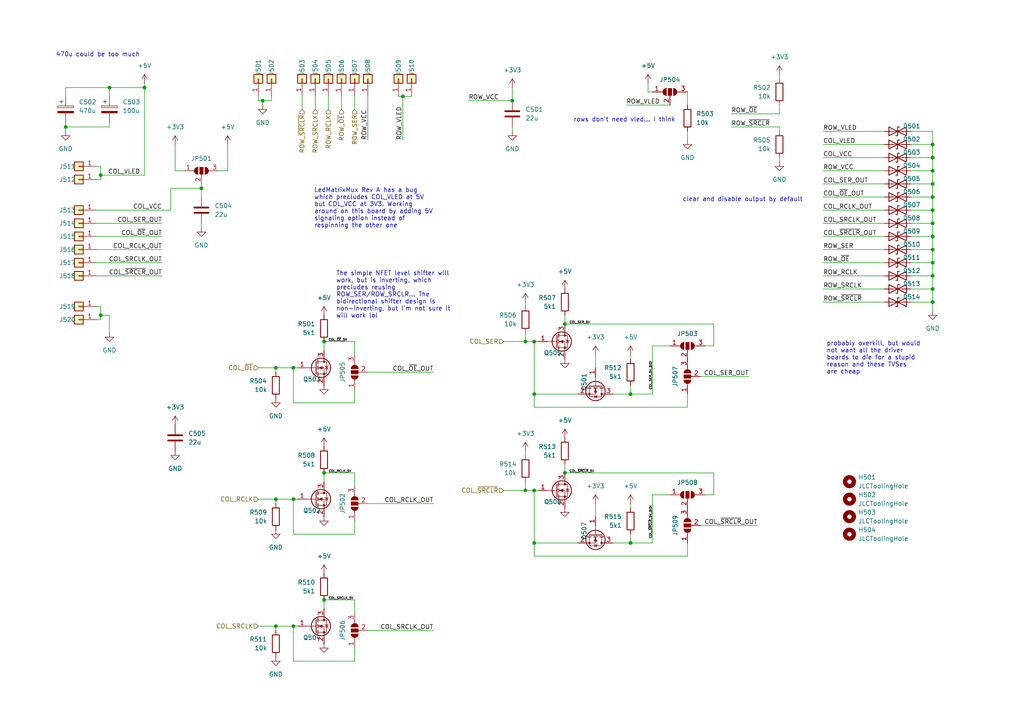
<source format=kicad_sch>
(kicad_sch (version 20231120) (generator "eeschema") (generator_version "8.0")
  (paper "A4")
  (lib_symbols
    (symbol "Connector_Generic:Conn_01x01" (pin_names (offset 1.016) hide)
      (property "Reference" "J" (at 0 2.54 0))
      (property "Value" "Conn_01x01" (at 0 -2.54 0))
      (symbol "Conn_01x01_1_1"
        (pin passive line (at -5.08 0 0) (length 3.81) (name "Pin_1") (number "1"))
      )
    )
    (symbol "Device:C" (pin_numbers hide) (pin_names (offset 0.254))
      (property "Reference" "C" (at 0.635 2.54 0))
      (property "Value" "C" (at 0.635 -2.54 0))
      (symbol "C_1_1"
        (pin passive line (at 0 3.81 270) (length 2.794) (name "~") (number "1"))
        (pin passive line (at 0 -3.81 90) (length 2.794) (name "~") (number "2"))
      )
    )
    (symbol "Device:C_Polarized" (pin_numbers hide) (pin_names (offset 0.254))
      (property "Reference" "C" (at 0.635 2.54 0))
      (property "Value" "C_Polarized" (at 0.635 -2.54 0))
      (symbol "C_Polarized_1_1"
        (pin passive line (at 0 3.81 270) (length 2.794) (name "~") (number "1"))
        (pin passive line (at 0 -3.81 90) (length 2.794) (name "~") (number "2"))
      )
    )
    (symbol "Device:D_TVS" (pin_numbers hide) (pin_names (offset 1.016) hide)
      (property "Reference" "D" (at 0 2.54 0))
      (property "Value" "D_TVS" (at 0 -2.54 0))
      (symbol "D_TVS_1_1"
        (pin passive line (at -3.81 0 0) (length 2.54) (name "A1") (number "1"))
        (pin passive line (at 3.81 0 180) (length 2.54) (name "A2") (number "2"))
      )
    )
    (symbol "Device:Q_NMOS_GSD" (pin_names (offset 0) hide)
      (property "Reference" "Q" (at 5.08 1.27 0))
      (property "Value" "Q_NMOS_GSD" (at 5.08 -1.27 0))
      (symbol "Q_NMOS_GSD_1_1"
        (pin input line (at -5.08 0 0) (length 2.54) (name "G") (number "1"))
        (pin passive line (at 2.54 -5.08 90) (length 2.54) (name "S") (number "2"))
        (pin passive line (at 2.54 5.08 270) (length 2.54) (name "D") (number "3"))
      )
    )
    (symbol "Device:R" (pin_numbers hide) (pin_names (offset 0))
      (property "Reference" "R" (at 2.032 0 90))
      (property "Value" "R" (at 0 0 90))
      (symbol "R_1_1"
        (pin passive line (at 0 3.81 270) (length 1.27) (name "~") (number "1"))
        (pin passive line (at 0 -3.81 90) (length 1.27) (name "~") (number "2"))
      )
    )
    (symbol "Jumper:SolderJumper_3_Open" (pin_names (offset 0) hide)
      (property "Reference" "JP" (at -2.54 -2.54 0))
      (property "Value" "SolderJumper_3_Open" (at 0 2.794 0))
      (symbol "SolderJumper_3_Open_1_1"
        (pin passive line (at -5.08 0 0) (length 2.54) (name "A") (number "1"))
        (pin passive line (at 0 -3.81 90) (length 2.54) (name "C") (number "2"))
        (pin passive line (at 5.08 0 180) (length 2.54) (name "B") (number "3"))
      )
    )
    (symbol "Mechanical:MountingHole" (pin_names (offset 1.016))
      (property "Reference" "H" (at 0 5.08 0))
      (property "Value" "MountingHole" (at 0 3.175 0))
    )
    (symbol "power:+3V3" (power) (pin_numbers hide) (pin_names (offset 0) hide)
      (property "Value" "+3V3" (at 0 3.556 0))
      (symbol "+3V3_1_1"
        (pin power_in line (at 0 0 90) (length 0) (name "~") (number "1"))
      )
    )
    (symbol "power:+5V" (power) (pin_numbers hide) (pin_names (offset 0) hide)
      (property "Value" "+5V" (at 0 3.556 0))
      (symbol "+5V_1_1"
        (pin power_in line (at 0 0 90) (length 0) (name "~") (number "1"))
      )
    )
    (symbol "power:GND" (power) (pin_numbers hide) (pin_names (offset 0) hide)
      (property "Value" "GND" (at 0 -3.81 0))
      (symbol "GND_1_1"
        (pin power_in line (at 0 0 270) (length 0) (name "~") (number "1"))
      )
    )
  )
  (junction (at 270.51 53.34))
  (junction (at 270.51 41.91))
  (junction (at 182.88 114.3))
  (junction (at 270.51 68.58))
  (junction (at 270.51 72.39))
  (junction (at 270.51 80.01))
  (junction (at 154.94 157.48))
  (junction (at 154.94 142.24))
  (junction (at 154.94 99.06))
  (junction (at 76.2 29.21))
  (junction (at 270.51 64.77))
  (junction (at 85.09 106.68))
  (junction (at 270.51 87.63))
  (junction (at 270.51 60.96))
  (junction (at 154.94 114.3))
  (junction (at 148.59 29.21))
  (junction (at 163.83 93.98))
  (junction (at 270.51 57.15))
  (junction (at 29.21 50.8))
  (junction (at 93.98 99.06))
  (junction (at 85.09 144.78))
  (junction (at 80.01 106.68))
  (junction (at 152.4 142.24))
  (junction (at 152.4 99.06))
  (junction (at 31.75 25.4))
  (junction (at 270.51 76.2))
  (junction (at 58.42 54.61))
  (junction (at 270.51 49.53))
  (junction (at 116.84 27.94))
  (junction (at 182.88 157.48))
  (junction (at 41.91 25.4))
  (junction (at 163.83 137.16))
  (junction (at 80.01 181.61))
  (junction (at 85.09 181.61))
  (junction (at 29.21 91.44))
  (junction (at 93.98 137.16))
  (junction (at 270.51 45.72))
  (junction (at 93.98 173.99))
  (junction (at 270.51 83.82))
  (junction (at 80.01 144.78))
  (junction (at 19.05 36.83))
  (wire (pts (xy 264.16 57.15) (xy 270.51 57.15)))
  (wire (pts (xy 154.94 161.29) (xy 154.94 157.48)))
  (wire (pts (xy 148.59 38.1) (xy 148.59 36.83)))
  (wire (pts (xy 29.21 88.9) (xy 29.21 91.44)))
  (wire (pts (xy 49.53 54.61) (xy 49.53 60.96)))
  (wire (pts (xy 163.83 137.16) (xy 163.83 134.62)))
  (wire (pts (xy 148.59 25.4) (xy 148.59 29.21)))
  (wire (pts (xy 212.09 33.02) (xy 226.06 33.02)))
  (wire (pts (xy 78.74 29.21) (xy 76.2 29.21)))
  (wire (pts (xy 163.83 93.98) (xy 163.83 91.44)))
  (wire (pts (xy 85.09 106.68) (xy 85.09 116.84)))
  (wire (pts (xy 19.05 36.83) (xy 19.05 38.1)))
  (wire (pts (xy 27.94 64.77) (xy 46.99 64.77)))
  (wire (pts (xy 189.23 157.48) (xy 182.88 157.48)))
  (wire (pts (xy 226.06 46.99) (xy 226.06 45.72)))
  (wire (pts (xy 207.01 143.51) (xy 204.47 143.51)))
  (wire (pts (xy 74.93 181.61) (xy 80.01 181.61)))
  (wire (pts (xy 264.16 53.34) (xy 270.51 53.34)))
  (wire (pts (xy 199.39 161.29) (xy 154.94 161.29)))
  (wire (pts (xy 93.98 137.16) (xy 102.87 137.16)))
  (wire (pts (xy 29.21 48.26) (xy 27.94 48.26)))
  (wire (pts (xy 31.75 25.4) (xy 31.75 27.94)))
  (wire (pts (xy 78.74 27.94) (xy 78.74 29.21)))
  (wire (pts (xy 85.09 191.77) (xy 102.87 191.77)))
  (wire (pts (xy 80.01 106.68) (xy 85.09 106.68)))
  (wire (pts (xy 63.5 49.53) (xy 66.04 49.53)))
  (wire (pts (xy 187.96 24.13) (xy 187.96 26.67)))
  (wire (pts (xy 116.84 27.94) (xy 119.38 27.94)))
  (wire (pts (xy 29.21 50.8) (xy 41.91 50.8)))
  (wire (pts (xy 203.2 152.4) (xy 219.71 152.4)))
  (wire (pts (xy 187.96 26.67) (xy 189.23 26.67)))
  (wire (pts (xy 85.09 144.78) (xy 85.09 154.94)))
  (wire (pts (xy 226.06 21.59) (xy 226.06 22.86)))
  (wire (pts (xy 80.01 182.88) (xy 80.01 181.61)))
  (wire (pts (xy 181.61 30.48) (xy 194.31 30.48)))
  (wire (pts (xy 85.09 154.94) (xy 102.87 154.94)))
  (wire (pts (xy 99.06 27.94) (xy 99.06 31.75)))
  (wire (pts (xy 80.01 181.61) (xy 85.09 181.61)))
  (wire (pts (xy 264.16 80.01) (xy 270.51 80.01)))
  (wire (pts (xy 74.93 27.94) (xy 74.93 29.21)))
  (wire (pts (xy 19.05 36.83) (xy 19.05 35.56)))
  (wire (pts (xy 154.94 114.3) (xy 167.64 114.3)))
  (wire (pts (xy 102.87 191.77) (xy 102.87 187.96)))
  (wire (pts (xy 182.88 146.05) (xy 182.88 147.32)))
  (wire (pts (xy 102.87 154.94) (xy 102.87 151.13)))
  (wire (pts (xy 106.68 27.94) (xy 106.68 40.64)))
  (wire (pts (xy 189.23 114.3) (xy 182.88 114.3)))
  (wire (pts (xy 238.76 38.1) (xy 256.54 38.1)))
  (wire (pts (xy 74.93 144.78) (xy 80.01 144.78)))
  (wire (pts (xy 264.16 38.1) (xy 270.51 38.1)))
  (wire (pts (xy 207.01 93.98) (xy 207.01 100.33)))
  (wire (pts (xy 27.94 72.39) (xy 46.99 72.39)))
  (wire (pts (xy 146.05 99.06) (xy 152.4 99.06)))
  (wire (pts (xy 31.75 96.52) (xy 31.75 91.44)))
  (wire (pts (xy 270.51 80.01) (xy 270.51 83.82)))
  (wire (pts (xy 116.84 27.94) (xy 116.84 40.64)))
  (wire (pts (xy 270.51 68.58) (xy 270.51 72.39)))
  (wire (pts (xy 189.23 143.51) (xy 189.23 157.48)))
  (wire (pts (xy 226.06 30.48) (xy 226.06 33.02)))
  (wire (pts (xy 102.87 99.06) (xy 102.87 102.87)))
  (wire (pts (xy 238.76 49.53) (xy 256.54 49.53)))
  (wire (pts (xy 27.94 52.07) (xy 29.21 52.07)))
  (wire (pts (xy 207.01 137.16) (xy 207.01 143.51)))
  (wire (pts (xy 270.51 76.2) (xy 270.51 80.01)))
  (wire (pts (xy 177.8 114.3) (xy 182.88 114.3)))
  (wire (pts (xy 19.05 27.94) (xy 19.05 25.4)))
  (wire (pts (xy 29.21 48.26) (xy 29.21 50.8)))
  (wire (pts (xy 27.94 88.9) (xy 29.21 88.9)))
  (wire (pts (xy 58.42 66.04) (xy 58.42 64.77)))
  (wire (pts (xy 50.8 49.53) (xy 53.34 49.53)))
  (wire (pts (xy 152.4 130.81) (xy 152.4 132.08)))
  (wire (pts (xy 199.39 26.67) (xy 199.39 30.48)))
  (wire (pts (xy 238.76 53.34) (xy 256.54 53.34)))
  (wire (pts (xy 238.76 87.63) (xy 256.54 87.63)))
  (wire (pts (xy 182.88 102.87) (xy 182.88 104.14)))
  (wire (pts (xy 238.76 76.2) (xy 256.54 76.2)))
  (wire (pts (xy 270.51 64.77) (xy 270.51 68.58)))
  (wire (pts (xy 93.98 173.99) (xy 102.87 173.99)))
  (wire (pts (xy 152.4 142.24) (xy 154.94 142.24)))
  (wire (pts (xy 80.01 146.05) (xy 80.01 144.78)))
  (wire (pts (xy 264.16 72.39) (xy 270.51 72.39)))
  (wire (pts (xy 27.94 68.58) (xy 46.99 68.58)))
  (wire (pts (xy 264.16 68.58) (xy 270.51 68.58)))
  (wire (pts (xy 58.42 57.15) (xy 58.42 54.61)))
  (wire (pts (xy 27.94 80.01) (xy 46.99 80.01)))
  (wire (pts (xy 31.75 36.83) (xy 31.75 35.56)))
  (wire (pts (xy 270.51 87.63) (xy 270.51 90.17)))
  (wire (pts (xy 199.39 40.64) (xy 199.39 38.1)))
  (wire (pts (xy 106.68 107.95) (xy 125.73 107.95)))
  (wire (pts (xy 238.76 45.72) (xy 256.54 45.72)))
  (wire (pts (xy 31.75 25.4) (xy 41.91 25.4)))
  (wire (pts (xy 80.01 144.78) (xy 85.09 144.78)))
  (wire (pts (xy 19.05 25.4) (xy 31.75 25.4)))
  (wire (pts (xy 264.16 76.2) (xy 270.51 76.2)))
  (wire (pts (xy 85.09 116.84) (xy 102.87 116.84)))
  (wire (pts (xy 58.42 54.61) (xy 49.53 54.61)))
  (wire (pts (xy 41.91 25.4) (xy 41.91 50.8)))
  (wire (pts (xy 146.05 142.24) (xy 152.4 142.24)))
  (wire (pts (xy 212.09 36.83) (xy 226.06 36.83)))
  (wire (pts (xy 50.8 41.91) (xy 50.8 49.53)))
  (wire (pts (xy 189.23 100.33) (xy 194.31 100.33)))
  (wire (pts (xy 87.63 27.94) (xy 87.63 31.75)))
  (wire (pts (xy 115.57 27.94) (xy 116.84 27.94)))
  (wire (pts (xy 238.76 41.91) (xy 256.54 41.91)))
  (wire (pts (xy 93.98 139.7) (xy 93.98 137.16)))
  (wire (pts (xy 154.94 99.06) (xy 156.21 99.06)))
  (wire (pts (xy 154.94 118.11) (xy 154.94 114.3)))
  (wire (pts (xy 152.4 96.52) (xy 152.4 99.06)))
  (wire (pts (xy 19.05 36.83) (xy 31.75 36.83)))
  (wire (pts (xy 93.98 101.6) (xy 93.98 99.06)))
  (wire (pts (xy 238.76 68.58) (xy 256.54 68.58)))
  (wire (pts (xy 152.4 139.7) (xy 152.4 142.24)))
  (wire (pts (xy 102.87 27.94) (xy 102.87 31.75)))
  (wire (pts (xy 102.87 116.84) (xy 102.87 113.03)))
  (wire (pts (xy 29.21 91.44) (xy 29.21 92.71)))
  (wire (pts (xy 85.09 144.78) (xy 86.36 144.78)))
  (wire (pts (xy 207.01 93.98) (xy 163.83 93.98)))
  (wire (pts (xy 270.51 41.91) (xy 270.51 45.72)))
  (wire (pts (xy 238.76 57.15) (xy 256.54 57.15)))
  (wire (pts (xy 238.76 83.82) (xy 256.54 83.82)))
  (wire (pts (xy 154.94 142.24) (xy 154.94 157.48)))
  (wire (pts (xy 177.8 157.48) (xy 182.88 157.48)))
  (wire (pts (xy 154.94 99.06) (xy 154.94 114.3)))
  (wire (pts (xy 203.2 109.22) (xy 217.17 109.22)))
  (wire (pts (xy 172.72 102.87) (xy 172.72 106.68)))
  (wire (pts (xy 102.87 137.16) (xy 102.87 140.97)))
  (wire (pts (xy 199.39 114.3) (xy 199.39 118.11)))
  (wire (pts (xy 106.68 146.05) (xy 125.73 146.05)))
  (wire (pts (xy 27.94 76.2) (xy 46.99 76.2)))
  (wire (pts (xy 207.01 137.16) (xy 163.83 137.16)))
  (wire (pts (xy 172.72 146.05) (xy 172.72 149.86)))
  (wire (pts (xy 85.09 106.68) (xy 86.36 106.68)))
  (wire (pts (xy 85.09 181.61) (xy 86.36 181.61)))
  (wire (pts (xy 76.2 30.48) (xy 76.2 29.21)))
  (wire (pts (xy 264.16 41.91) (xy 270.51 41.91)))
  (wire (pts (xy 238.76 60.96) (xy 256.54 60.96)))
  (wire (pts (xy 238.76 64.77) (xy 256.54 64.77)))
  (wire (pts (xy 76.2 29.21) (xy 74.93 29.21)))
  (wire (pts (xy 182.88 111.76) (xy 182.88 114.3)))
  (wire (pts (xy 58.42 53.34) (xy 58.42 54.61)))
  (wire (pts (xy 270.51 83.82) (xy 270.51 87.63)))
  (wire (pts (xy 80.01 107.95) (xy 80.01 106.68)))
  (wire (pts (xy 270.51 60.96) (xy 270.51 64.77)))
  (wire (pts (xy 154.94 157.48) (xy 167.64 157.48)))
  (wire (pts (xy 27.94 92.71) (xy 29.21 92.71)))
  (wire (pts (xy 264.16 64.77) (xy 270.51 64.77)))
  (wire (pts (xy 154.94 142.24) (xy 156.21 142.24)))
  (wire (pts (xy 91.44 27.94) (xy 91.44 31.75)))
  (wire (pts (xy 31.75 91.44) (xy 29.21 91.44)))
  (wire (pts (xy 270.51 45.72) (xy 270.51 49.53)))
  (wire (pts (xy 270.51 49.53) (xy 270.51 53.34)))
  (wire (pts (xy 270.51 57.15) (xy 270.51 60.96)))
  (wire (pts (xy 102.87 173.99) (xy 102.87 177.8)))
  (wire (pts (xy 93.98 176.53) (xy 93.98 173.99)))
  (wire (pts (xy 270.51 72.39) (xy 270.51 76.2)))
  (wire (pts (xy 226.06 36.83) (xy 226.06 38.1)))
  (wire (pts (xy 270.51 53.34) (xy 270.51 57.15)))
  (wire (pts (xy 264.16 60.96) (xy 270.51 60.96)))
  (wire (pts (xy 264.16 49.53) (xy 270.51 49.53)))
  (wire (pts (xy 152.4 87.63) (xy 152.4 88.9)))
  (wire (pts (xy 199.39 118.11) (xy 154.94 118.11)))
  (wire (pts (xy 238.76 80.01) (xy 256.54 80.01)))
  (wire (pts (xy 207.01 100.33) (xy 204.47 100.33)))
  (wire (pts (xy 182.88 154.94) (xy 182.88 157.48)))
  (wire (pts (xy 95.25 27.94) (xy 95.25 31.75)))
  (wire (pts (xy 93.98 99.06) (xy 102.87 99.06)))
  (wire (pts (xy 85.09 181.61) (xy 85.09 191.77)))
  (wire (pts (xy 264.16 83.82) (xy 270.51 83.82)))
  (wire (pts (xy 238.76 72.39) (xy 256.54 72.39)))
  (wire (pts (xy 152.4 99.06) (xy 154.94 99.06)))
  (wire (pts (xy 27.94 60.96) (xy 49.53 60.96)))
  (wire (pts (xy 264.16 45.72) (xy 270.51 45.72)))
  (wire (pts (xy 270.51 38.1) (xy 270.51 41.91)))
  (wire (pts (xy 199.39 157.48) (xy 199.39 161.29)))
  (wire (pts (xy 189.23 100.33) (xy 189.23 114.3)))
  (wire (pts (xy 41.91 24.13) (xy 41.91 25.4)))
  (wire (pts (xy 264.16 87.63) (xy 270.51 87.63)))
  (wire (pts (xy 74.93 106.68) (xy 80.01 106.68)))
  (wire (pts (xy 106.68 182.88) (xy 125.73 182.88)))
  (wire (pts (xy 148.59 29.21) (xy 135.89 29.21)))
  (wire (pts (xy 189.23 143.51) (xy 194.31 143.51)))
  (wire (pts (xy 66.04 41.91) (xy 66.04 49.53)))
  (wire (pts (xy 29.21 50.8) (xy 29.21 52.07)))
  (text_box "The simple NFET level shifter will work, but is inverting, which precludes reusing ROW_SER/ROW_SRCLR… The bidirectional shifter design is non-inverting, but I'm not sure it will work lol" (at 96.52 77.47 0) (size 36.83 19.05) (stroke (width -0.0001)) (effects (font (size 1.27 1.27)) (justify left top)))
  (text_box "probably overkill, but would not want all the driver boards to die for a stupid reason and these TVSes are cheap" (at 238.76 97.79 0) (size 29.21 13.97) (stroke (width -0.0001)) (effects (font (size 1.27 1.27)) (justify left top)))
  (text_box "LedMatrixMux Rev A has a bug which precludes COL_VLED at 5V but COL_VCC at 3V3. Working around on this board by adding 5V signaling option instead of respinning the other one" (at 90.17 53.34 0) (size 36.83 19.05) (stroke (width -0.0001)) (effects (font (size 1.27 1.27)) (justify left top)))
  (text_box "470u could be too much" (at 15.24 13.97 0) (size 34.29 3.81) (stroke (width -0.0001)) (effects (font (size 1.27 1.27)) (justify left top)))
  (text "clear and disable output by default" (at 215.392 57.912 0) (effects (font (size 1.27 1.27))))
  (text "rows don't need vled… I think" (at 181.102 34.798 0) (effects (font (size 1.27 1.27))))
  (label "COL_~{SRCLR}_5V" (at 165.1 137.16 0) (effects (font (size 0.65 0.65))))
  (label "COL_VLED" (at 238.76 41.91 0))
  (label "ROW_SER" (at 238.76 72.39 0))
  (label "ROW_VCC" (at 238.76 49.53 0))
  (label "ROW_SRCLK" (at 238.76 83.82 0))
  (label "COL_SER_OUT" (at 46.99 64.77 180))
  (label "COL_VLED" (at 40.64 50.8 180))
  (label "COL_~{OE}_OUT" (at 125.73 107.95 180))
  (label "COL_~{OE}_OUT" (at 46.99 68.58 180))
  (label "ROW_~{OE}" (at 212.09 33.02 0))
  (label "COL_SER_5V" (at 165.1 93.98 0) (effects (font (size 0.65 0.65))))
  (label "ROW_RCLK" (at 238.76 80.01 0))
  (label "COL_VCC" (at 46.99 60.96 180))
  (label "COL_SRCLK_OUT" (at 46.99 76.2 180))
  (label "COL_VCC" (at 238.76 45.72 0))
  (label "COL_~{OE}_OUT" (at 238.76 57.15 0))
  (label "COL_RCLK_OUT" (at 46.99 72.39 180))
  (label "COL_SRCLK_OUT" (at 125.73 182.88 180))
  (label "ROW_~{SRCLR}" (at 238.76 87.63 0))
  (label "COL_RCLK_5V" (at 95.25 137.16 0) (effects (font (size 0.65 0.65))))
  (label "COL_SRCLK_OUT" (at 238.76 64.77 0))
  (label "COL_~{OE}_5V" (at 95.25 99.06 0) (effects (font (size 0.65 0.65))))
  (label "ROW_VLED" (at 181.61 30.48 0))
  (label "COL_~{SRCLR}_OUT" (at 46.99 80.01 180))
  (label "ROW_VCC" (at 135.89 29.21 0))
  (label "ROW_VLED" (at 238.76 38.1 0))
  (label "COL_SER_OUT" (at 217.17 109.22 180))
  (label "ROW_VCC" (at 106.68 40.64 90))
  (label "ROW_~{OE}" (at 238.76 76.2 0))
  (label "COL_SER_5V_BIDI" (at 189.23 113.03 90) (effects (font (size 0.65 0.65))))
  (label "COL_RCLK_OUT" (at 238.76 60.96 0))
  (label "COL_~{SRCLR}_OUT" (at 219.71 152.4 180))
  (label "COL_SRCLK_5V" (at 95.25 173.99 0) (effects (font (size 0.65 0.65))))
  (label "COL_~{SRCLR}_OUT" (at 238.76 68.58 0))
  (label "COL_~{SRCLR}_5V_BIDI" (at 189.23 156.21 90) (effects (font (size 0.65 0.65))))
  (label "ROW_VLED" (at 116.84 40.64 90))
  (label "COL_RCLK_OUT" (at 125.73 146.05 180))
  (label "COL_SER_OUT" (at 238.76 53.34 0))
  (label "ROW_~{SRCLR}" (at 212.09 36.83 0))
  (hierarchical_label "ROW_~{OE}" (shape input) (at 99.06 31.75 270))
  (hierarchical_label "ROW_SER" (shape input) (at 102.87 31.75 270))
  (hierarchical_label "COL_SER" (shape input) (at 146.05 99.06 180))
  (hierarchical_label "COL_SRCLK" (shape input) (at 74.93 181.61 180))
  (hierarchical_label "ROW_SRCLK" (shape input) (at 91.44 31.75 270))
  (hierarchical_label "ROW_~{SRCLR}" (shape input) (at 87.63 31.75 270))
  (hierarchical_label "ROW_RCLK" (shape input) (at 95.25 31.75 270))
  (hierarchical_label "COL_~{OE}" (shape input) (at 74.93 106.68 180))
  (hierarchical_label "COL_RCLK" (shape input) (at 74.93 144.78 180))
  (hierarchical_label "COL_~{SRCLR}" (shape input) (at 146.05 142.24 180))
  (symbol (lib_id "Device:D_TVS") (at 260.35 76.2 0) (unit 1)
    (property "Reference" "D511" (at 264.414 74.676 0))
    (property "Value" "H5VL10B" (effects (hide yes)))
    (property "Footprint" "led-matrix:DFN1006_TVS" (effects (hide yes)))
    (property "Description" "Bidirectional transient-voltage-suppression diode" (effects (hide yes)))
    (property "LCSC" "C7420372" (effects (hide yes)))
  )
  (symbol (lib_id "power:+5V") (at 41.91 24.13 0) (unit 1)
    (property "Reference" "#PWR0503" (effects (hide yes)))
    (property "Value" "+5V" (at 41.91 19.05 0))
    (property "Description" "Power symbol creates a global label with name \"+5V\"" (effects (hide yes)))
  )
  (symbol (lib_id "power:+3V3") (at 172.72 146.05 0) (unit 1)
    (property "Reference" "#PWR0531" (effects (hide yes)))
    (property "Value" "+3V3" (at 172.72 140.97 0))
    (property "Description" "Power symbol creates a global label with name \"+3V3\"" (effects (hide yes)))
  )
  (symbol (lib_id "Jumper:SolderJumper_3_Open") (at 199.39 109.22 90) (unit 1) (in_bom no)
    (property "Reference" "JP507" (at 195.834 109.22 0))
    (property "Value" "SolderJumper_3_Open" (effects (hide yes)))
    (property "Footprint" "led-matrix:SolderJumper-3_Open_RoundedPad_Smol" (effects (hide yes)))
    (property "Description" "Solder Jumper, 3-pole, open" (effects (hide yes)))
  )
  (symbol (lib_id "Device:Q_NMOS_GSD") (at 161.29 99.06 0) (unit 1)
    (property "Reference" "Q505" (at 157.734 102.362 0) (effects (justify left)))
    (property "Value" "HL2304" (effects (hide yes)))
    (property "Footprint" "Package_TO_SOT_SMD:SOT-23" (effects (hide yes)))
    (property "Description" "N-MOSFET transistor, gate/source/drain" (effects (hide yes)))
    (property "LCSC" "C7420346" (effects (hide yes)))
  )
  (symbol (lib_id "Device:Q_NMOS_GSD") (at 172.72 111.76 270) (unit 1)
    (property "Reference" "Q501" (at 169.418 108.204 0) (effects (justify left)))
    (property "Value" "HL2304" (effects (hide yes)))
    (property "Footprint" "Package_TO_SOT_SMD:SOT-23" (effects (hide yes)))
    (property "Description" "N-MOSFET transistor, gate/source/drain" (effects (hide yes)))
    (property "LCSC" "C7420346" (effects (hide yes)))
  )
  (symbol (lib_id "Device:R") (at 93.98 95.25 0) (mirror y) (unit 1)
    (property "Reference" "R501" (at 91.44 93.9799 0) (effects (justify left)))
    (property "Value" "5k1" (at 91.44 96.5199 0) (effects (justify left)))
    (property "Footprint" "Resistor_SMD:R_0402_1005Metric" (effects (hide yes)))
    (property "Description" "Resistor" (effects (hide yes)))
    (property "LCSC" "C25905" (effects (hide yes)))
  )
  (symbol (lib_id "Jumper:SolderJumper_3_Open") (at 194.31 26.67 0) (unit 1) (in_bom no)
    (property "Reference" "JP504" (at 194.31 23.114 0))
    (property "Value" "SolderJumper_3_Open" (effects (hide yes)))
    (property "Footprint" "led-matrix:SolderJumper-3_Open_RoundedPad_Smol" (effects (hide yes)))
    (property "Description" "Solder Jumper, 3-pole, open" (effects (hide yes)))
  )
  (symbol (lib_id "Device:D_TVS") (at 260.35 38.1 0) (unit 1)
    (property "Reference" "D501" (at 264.414 36.576 0))
    (property "Value" "H5VL10B" (effects (hide yes)))
    (property "Footprint" "led-matrix:DFN1006_TVS" (effects (hide yes)))
    (property "Description" "Bidirectional transient-voltage-suppression diode" (effects (hide yes)))
    (property "LCSC" "C7420372" (effects (hide yes)))
  )
  (symbol (lib_id "Connector_Generic:Conn_01x01") (at 22.86 52.07 0) (mirror y) (unit 1) (in_bom no)
    (property "Reference" "J512" (at 19.558 52.07 0))
    (property "Value" "Conn_01x01" (effects (hide yes)))
    (property "Footprint" "led-matrix:solder-pad-2.25mm" (effects (hide yes)))
    (property "Description" "Generic connector, single row, 01x01, script generated (kicad-library-utils/schlib/autogen/connector/)" (effects (hide yes)))
  )
  (symbol (lib_id "Device:D_TVS") (at 260.35 49.53 0) (unit 1)
    (property "Reference" "D504" (at 264.414 48.006 0))
    (property "Value" "H5VL10B" (effects (hide yes)))
    (property "Footprint" "led-matrix:DFN1006_TVS" (effects (hide yes)))
    (property "Description" "Bidirectional transient-voltage-suppression diode" (effects (hide yes)))
    (property "LCSC" "C7420372" (effects (hide yes)))
  )
  (symbol (lib_id "Connector_Generic:Conn_01x01") (at 91.44 22.86 270) (mirror x) (unit 1) (in_bom no)
    (property "Reference" "J504" (at 91.44 19.558 0))
    (property "Value" "Conn_01x01" (effects (hide yes)))
    (property "Footprint" "led-matrix:solder-pad-2.25mm" (effects (hide yes)))
    (property "Description" "Generic connector, single row, 01x01, script generated (kicad-library-utils/schlib/autogen/connector/)" (effects (hide yes)))
  )
  (symbol (lib_id "Mechanical:MountingHole") (at 246.38 149.86 0) (unit 1) (in_bom no)
    (property "Reference" "H503" (at 248.92 148.5899 0) (effects (justify left)))
    (property "Value" "JLCToolingHole" (at 248.92 151.1299 0) (effects (justify left)))
    (property "Footprint" "led-matrix:jlcpcb-tooling-hole" (effects (hide yes)))
    (property "Description" "Tooling hole" (effects (hide yes)))
  )
  (symbol (lib_id "Device:D_TVS") (at 260.35 41.91 0) (unit 1)
    (property "Reference" "D502" (at 264.414 40.386 0))
    (property "Value" "H5VL10B" (effects (hide yes)))
    (property "Footprint" "led-matrix:DFN1006_TVS" (effects (hide yes)))
    (property "Description" "Bidirectional transient-voltage-suppression diode" (effects (hide yes)))
    (property "LCSC" "C7420372" (effects (hide yes)))
  )
  (symbol (lib_id "Connector_Generic:Conn_01x01") (at 22.86 80.01 0) (mirror y) (unit 1) (in_bom no)
    (property "Reference" "J518" (at 19.558 80.01 0))
    (property "Value" "Conn_01x01" (effects (hide yes)))
    (property "Footprint" "led-matrix:solder-pad-2.25mm" (effects (hide yes)))
    (property "Description" "Generic connector, single row, 01x01, script generated (kicad-library-utils/schlib/autogen/connector/)" (effects (hide yes)))
  )
  (symbol (lib_id "Device:R") (at 163.83 87.63 0) (mirror y) (unit 1)
    (property "Reference" "R507" (at 161.29 86.3599 0) (effects (justify left)))
    (property "Value" "5k1" (at 161.29 88.8999 0) (effects (justify left)))
    (property "Footprint" "Resistor_SMD:R_0402_1005Metric" (effects (hide yes)))
    (property "Description" "Resistor" (effects (hide yes)))
    (property "LCSC" "C25905" (effects (hide yes)))
  )
  (symbol (lib_id "Device:R") (at 152.4 92.71 0) (mirror y) (unit 1)
    (property "Reference" "R506" (at 149.86 91.4399 0) (effects (justify left)))
    (property "Value" "10k" (at 149.86 93.9799 0) (effects (justify left)))
    (property "Footprint" "Resistor_SMD:R_0402_1005Metric" (effects (hide yes)))
    (property "Description" "Resistor" (effects (hide yes)))
    (property "LCSC" "C25744" (effects (hide yes)))
  )
  (symbol (lib_id "Mechanical:MountingHole") (at 246.38 144.78 0) (unit 1) (in_bom no)
    (property "Reference" "H502" (at 248.92 143.5099 0) (effects (justify left)))
    (property "Value" "JLCToolingHole" (at 248.92 146.0499 0) (effects (justify left)))
    (property "Footprint" "led-matrix:jlcpcb-tooling-hole" (effects (hide yes)))
    (property "Description" "Tooling hole" (effects (hide yes)))
  )
  (symbol (lib_id "power:+3V3") (at 172.72 102.87 0) (unit 1)
    (property "Reference" "#PWR0509" (effects (hide yes)))
    (property "Value" "+3V3" (at 172.72 97.79 0))
    (property "Description" "Power symbol creates a global label with name \"+3V3\"" (effects (hide yes)))
  )
  (symbol (lib_id "power:+3V3") (at 226.06 21.59 0) (unit 1)
    (property "Reference" "#PWR0504" (effects (hide yes)))
    (property "Value" "+3V3" (at 226.06 16.51 0))
    (property "Description" "Power symbol creates a global label with name \"+3V3\"" (effects (hide yes)))
  )
  (symbol (lib_id "Device:Q_NMOS_GSD") (at 91.44 144.78 0) (unit 1)
    (property "Reference" "Q502" (at 87.884 148.082 0) (effects (justify left)))
    (property "Value" "HL2304" (effects (hide yes)))
    (property "Footprint" "Package_TO_SOT_SMD:SOT-23" (effects (hide yes)))
    (property "Description" "N-MOSFET transistor, gate/source/drain" (effects (hide yes)))
    (property "LCSC" "C7420346" (effects (hide yes)))
  )
  (symbol (lib_id "Device:D_TVS") (at 260.35 87.63 0) (unit 1)
    (property "Reference" "D514" (at 264.414 86.106 0))
    (property "Value" "H5VL10B" (effects (hide yes)))
    (property "Footprint" "led-matrix:DFN1006_TVS" (effects (hide yes)))
    (property "Description" "Bidirectional transient-voltage-suppression diode" (effects (hide yes)))
    (property "LCSC" "C7420372" (effects (hide yes)))
  )
  (symbol (lib_id "Connector_Generic:Conn_01x01") (at 22.86 76.2 0) (mirror y) (unit 1) (in_bom no)
    (property "Reference" "J517" (at 19.558 76.2 0))
    (property "Value" "Conn_01x01" (effects (hide yes)))
    (property "Footprint" "led-matrix:solder-pad-2.25mm" (effects (hide yes)))
    (property "Description" "Generic connector, single row, 01x01, script generated (kicad-library-utils/schlib/autogen/connector/)" (effects (hide yes)))
  )
  (symbol (lib_id "Connector_Generic:Conn_01x01") (at 22.86 68.58 0) (mirror y) (unit 1) (in_bom no)
    (property "Reference" "J515" (at 19.558 68.58 0))
    (property "Value" "Conn_01x01" (effects (hide yes)))
    (property "Footprint" "led-matrix:solder-pad-2.25mm" (effects (hide yes)))
    (property "Description" "Generic connector, single row, 01x01, script generated (kicad-library-utils/schlib/autogen/connector/)" (effects (hide yes)))
  )
  (symbol (lib_id "power:GND") (at 163.83 147.32 0) (unit 1)
    (property "Reference" "#PWR0533" (effects (hide yes)))
    (property "Value" "GND" (effects (hide yes)))
    (property "Description" "Power symbol creates a global label with name \"GND\" , ground" (effects (hide yes)))
  )
  (symbol (lib_id "Device:R") (at 226.06 41.91 0) (mirror y) (unit 1)
    (property "Reference" "R505" (at 223.52 40.6399 0) (effects (justify left)))
    (property "Value" "10k" (at 223.52 43.1799 0) (effects (justify left)))
    (property "Footprint" "Resistor_SMD:R_0402_1005Metric" (effects (hide yes)))
    (property "Description" "Resistor" (effects (hide yes)))
    (property "LCSC" "C25744" (effects (hide yes)))
  )
  (symbol (lib_id "Device:D_TVS") (at 260.35 53.34 0) (unit 1)
    (property "Reference" "D505" (at 264.414 51.816 0))
    (property "Value" "H5VL10B" (effects (hide yes)))
    (property "Footprint" "led-matrix:DFN1006_TVS" (effects (hide yes)))
    (property "Description" "Bidirectional transient-voltage-suppression diode" (effects (hide yes)))
    (property "LCSC" "C7420372" (effects (hide yes)))
  )
  (symbol (lib_id "Device:Q_NMOS_GSD") (at 172.72 154.94 270) (unit 1)
    (property "Reference" "Q507" (at 169.418 151.384 0) (effects (justify left)))
    (property "Value" "HL2304" (effects (hide yes)))
    (property "Footprint" "Package_TO_SOT_SMD:SOT-23" (effects (hide yes)))
    (property "Description" "N-MOSFET transistor, gate/source/drain" (effects (hide yes)))
    (property "LCSC" "C7420346" (effects (hide yes)))
  )
  (symbol (lib_id "power:GND") (at 226.06 46.99 0) (unit 1)
    (property "Reference" "#PWR0510" (effects (hide yes)))
    (property "Value" "GND" (at 226.06 52.07 0))
    (property "Description" "Power symbol creates a global label with name \"GND\" , ground" (effects (hide yes)))
  )
  (symbol (lib_id "Mechanical:MountingHole") (at 246.38 154.94 0) (unit 1) (in_bom no)
    (property "Reference" "H504" (at 248.92 153.6699 0) (effects (justify left)))
    (property "Value" "JLCToolingHole" (at 248.92 156.2099 0) (effects (justify left)))
    (property "Footprint" "led-matrix:jlcpcb-tooling-hole" (effects (hide yes)))
    (property "Description" "Tooling hole" (effects (hide yes)))
  )
  (symbol (lib_id "Device:R") (at 152.4 135.89 0) (mirror y) (unit 1)
    (property "Reference" "R514" (at 149.86 134.6199 0) (effects (justify left)))
    (property "Value" "10k" (at 149.86 137.1599 0) (effects (justify left)))
    (property "Footprint" "Resistor_SMD:R_0402_1005Metric" (effects (hide yes)))
    (property "Description" "Resistor" (effects (hide yes)))
    (property "LCSC" "C25744" (effects (hide yes)))
  )
  (symbol (lib_id "Jumper:SolderJumper_3_Open") (at 102.87 107.95 90) (unit 1) (in_bom no)
    (property "Reference" "JP505" (at 99.314 107.95 0))
    (property "Value" "SolderJumper_3_Open" (effects (hide yes)))
    (property "Footprint" "led-matrix:SolderJumper-3_Open_RoundedPad_Smol" (effects (hide yes)))
    (property "Description" "Solder Jumper, 3-pole, open" (effects (hide yes)))
  )
  (symbol (lib_id "Device:R") (at 80.01 186.69 0) (mirror y) (unit 1)
    (property "Reference" "R511" (at 77.47 185.4199 0) (effects (justify left)))
    (property "Value" "10k" (at 77.47 187.9599 0) (effects (justify left)))
    (property "Footprint" "Resistor_SMD:R_0402_1005Metric" (effects (hide yes)))
    (property "Description" "Resistor" (effects (hide yes)))
    (property "LCSC" "C25744" (effects (hide yes)))
  )
  (symbol (lib_id "Device:D_TVS") (at 260.35 57.15 0) (unit 1)
    (property "Reference" "D506" (at 264.414 55.626 0))
    (property "Value" "H5VL10B" (effects (hide yes)))
    (property "Footprint" "led-matrix:DFN1006_TVS" (effects (hide yes)))
    (property "Description" "Bidirectional transient-voltage-suppression diode" (effects (hide yes)))
    (property "LCSC" "C7420372" (effects (hide yes)))
  )
  (symbol (lib_id "Device:C") (at 50.8 127 0) (unit 1)
    (property "Reference" "C505" (at 54.61 125.7299 0) (effects (justify left)))
    (property "Value" "22u" (at 54.61 128.2699 0) (effects (justify left)))
    (property "Footprint" "Capacitor_SMD:C_0805_2012Metric" (effects (hide yes)))
    (property "Description" "Unpolarized capacitor" (effects (hide yes)))
    (property "LCSC" "C45783" (effects (hide yes)))
  )
  (symbol (lib_id "Connector_Generic:Conn_01x01") (at 22.86 88.9 0) (mirror y) (unit 1) (in_bom no)
    (property "Reference" "J519" (at 19.558 88.9 0))
    (property "Value" "Conn_01x01" (effects (hide yes)))
    (property "Footprint" "led-matrix:solder-pad-2.25mm" (effects (hide yes)))
    (property "Description" "Generic connector, single row, 01x01, script generated (kicad-library-utils/schlib/autogen/connector/)" (effects (hide yes)))
  )
  (symbol (lib_id "Device:Q_NMOS_GSD") (at 91.44 106.68 0) (unit 1)
    (property "Reference" "Q503" (at 87.884 109.982 0) (effects (justify left)))
    (property "Value" "HL2304" (effects (hide yes)))
    (property "Footprint" "Package_TO_SOT_SMD:SOT-23" (effects (hide yes)))
    (property "Description" "N-MOSFET transistor, gate/source/drain" (effects (hide yes)))
    (property "LCSC" "C7420346" (effects (hide yes)))
  )
  (symbol (lib_id "Device:R") (at 80.01 111.76 0) (mirror y) (unit 1)
    (property "Reference" "R504" (at 77.47 110.4899 0) (effects (justify left)))
    (property "Value" "10k" (at 77.47 113.0299 0) (effects (justify left)))
    (property "Footprint" "Resistor_SMD:R_0402_1005Metric" (effects (hide yes)))
    (property "Description" "Resistor" (effects (hide yes)))
    (property "LCSC" "C25744" (effects (hide yes)))
  )
  (symbol (lib_id "power:+3V3") (at 50.8 123.19 0) (unit 1)
    (property "Reference" "#PWR0534" (effects (hide yes)))
    (property "Value" "+3V3" (at 50.8 118.11 0))
    (property "Description" "Power symbol creates a global label with name \"+3V3\"" (effects (hide yes)))
  )
  (symbol (lib_id "Device:D_TVS") (at 260.35 64.77 0) (unit 1)
    (property "Reference" "D508" (at 264.414 63.246 0))
    (property "Value" "H5VL10B" (effects (hide yes)))
    (property "Footprint" "led-matrix:DFN1006_TVS" (effects (hide yes)))
    (property "Description" "Bidirectional transient-voltage-suppression diode" (effects (hide yes)))
    (property "LCSC" "C7420372" (effects (hide yes)))
  )
  (symbol (lib_id "power:+5V") (at 187.96 24.13 0) (unit 1)
    (property "Reference" "#PWR0514" (effects (hide yes)))
    (property "Value" "+5V" (at 187.96 19.05 0))
    (property "Description" "Power symbol creates a global label with name \"+5V\"" (effects (hide yes)))
  )
  (symbol (lib_id "power:GND") (at 80.01 115.57 0) (unit 1)
    (property "Reference" "#PWR0526" (effects (hide yes)))
    (property "Value" "GND" (at 80.01 120.65 0))
    (property "Description" "Power symbol creates a global label with name \"GND\" , ground" (effects (hide yes)))
  )
  (symbol (lib_id "Connector_Generic:Conn_01x01") (at 78.74 22.86 270) (mirror x) (unit 1) (in_bom no)
    (property "Reference" "J502" (at 78.74 19.558 0))
    (property "Value" "Conn_01x01" (effects (hide yes)))
    (property "Footprint" "led-matrix:solder-pad-2.25mm" (effects (hide yes)))
    (property "Description" "Generic connector, single row, 01x01, script generated (kicad-library-utils/schlib/autogen/connector/)" (effects (hide yes)))
  )
  (symbol (lib_id "Device:R") (at 163.83 130.81 0) (mirror y) (unit 1)
    (property "Reference" "R513" (at 161.29 129.5399 0) (effects (justify left)))
    (property "Value" "5k1" (at 161.29 132.0799 0) (effects (justify left)))
    (property "Footprint" "Resistor_SMD:R_0402_1005Metric" (effects (hide yes)))
    (property "Description" "Resistor" (effects (hide yes)))
    (property "LCSC" "C25905" (effects (hide yes)))
  )
  (symbol (lib_id "Device:C") (at 148.59 33.02 0) (unit 1)
    (property "Reference" "C501" (at 152.4 31.7499 0) (effects (justify left)))
    (property "Value" "22u" (at 152.4 34.2899 0) (effects (justify left)))
    (property "Footprint" "Capacitor_SMD:C_0805_2012Metric" (effects (hide yes)))
    (property "Description" "Unpolarized capacitor" (effects (hide yes)))
    (property "LCSC" "C45783" (effects (hide yes)))
  )
  (symbol (lib_id "Connector_Generic:Conn_01x01") (at 74.93 22.86 270) (mirror x) (unit 1) (in_bom no)
    (property "Reference" "J501" (at 74.93 19.558 0))
    (property "Value" "Conn_01x01" (effects (hide yes)))
    (property "Footprint" "led-matrix:solder-pad-2.25mm" (effects (hide yes)))
    (property "Description" "Generic connector, single row, 01x01, script generated (kicad-library-utils/schlib/autogen/connector/)" (effects (hide yes)))
  )
  (symbol (lib_id "power:+5V") (at 93.98 166.37 0) (unit 1)
    (property "Reference" "#PWR0521" (effects (hide yes)))
    (property "Value" "+5V" (at 93.98 161.29 0))
    (property "Description" "Power symbol creates a global label with name \"+5V\"" (effects (hide yes)))
  )
  (symbol (lib_id "Jumper:SolderJumper_3_Open") (at 102.87 182.88 90) (unit 1) (in_bom no)
    (property "Reference" "JP506" (at 99.314 182.88 0))
    (property "Value" "SolderJumper_3_Open" (effects (hide yes)))
    (property "Footprint" "led-matrix:SolderJumper-3_Open_RoundedPad_Smol" (effects (hide yes)))
    (property "Description" "Solder Jumper, 3-pole, open" (effects (hide yes)))
  )
  (symbol (lib_id "power:+3V3") (at 152.4 130.81 0) (unit 1)
    (property "Reference" "#PWR0530" (effects (hide yes)))
    (property "Value" "+3V3" (at 152.4 125.73 0))
    (property "Description" "Power symbol creates a global label with name \"+3V3\"" (effects (hide yes)))
  )
  (symbol (lib_id "power:GND") (at 93.98 149.86 0) (unit 1)
    (property "Reference" "#PWR0518" (effects (hide yes)))
    (property "Value" "GND" (effects (hide yes)))
    (property "Description" "Power symbol creates a global label with name \"GND\" , ground" (effects (hide yes)))
  )
  (symbol (lib_id "Connector_Generic:Conn_01x01") (at 99.06 22.86 270) (mirror x) (unit 1) (in_bom no)
    (property "Reference" "J506" (at 99.06 19.558 0))
    (property "Value" "Conn_01x01" (effects (hide yes)))
    (property "Footprint" "led-matrix:solder-pad-2.25mm" (effects (hide yes)))
    (property "Description" "Generic connector, single row, 01x01, script generated (kicad-library-utils/schlib/autogen/connector/)" (effects (hide yes)))
  )
  (symbol (lib_id "Connector_Generic:Conn_01x01") (at 22.86 60.96 0) (mirror y) (unit 1) (in_bom no)
    (property "Reference" "J513" (at 19.558 60.96 0))
    (property "Value" "Conn_01x01" (effects (hide yes)))
    (property "Footprint" "led-matrix:solder-pad-2.25mm" (effects (hide yes)))
    (property "Description" "Generic connector, single row, 01x01, script generated (kicad-library-utils/schlib/autogen/connector/)" (effects (hide yes)))
  )
  (symbol (lib_id "power:GND") (at 270.51 90.17 0) (unit 1)
    (property "Reference" "#PWR0508" (effects (hide yes)))
    (property "Value" "GND" (at 270.51 95.25 0))
    (property "Description" "Power symbol creates a global label with name \"GND\" , ground" (effects (hide yes)))
  )
  (symbol (lib_id "power:+5V") (at 182.88 102.87 0) (unit 1)
    (property "Reference" "#PWR0512" (effects (hide yes)))
    (property "Value" "+5V" (at 182.88 97.79 0))
    (property "Description" "Power symbol creates a global label with name \"+5V\"" (effects (hide yes)))
  )
  (symbol (lib_id "Connector_Generic:Conn_01x01") (at 22.86 48.26 0) (mirror y) (unit 1) (in_bom no)
    (property "Reference" "J511" (at 19.558 48.26 0))
    (property "Value" "Conn_01x01" (effects (hide yes)))
    (property "Footprint" "led-matrix:solder-pad-2.25mm" (effects (hide yes)))
    (property "Description" "Generic connector, single row, 01x01, script generated (kicad-library-utils/schlib/autogen/connector/)" (effects (hide yes)))
  )
  (symbol (lib_id "Device:R") (at 199.39 34.29 0) (unit 1)
    (property "Reference" "R503" (at 201.93 33.0199 0) (effects (justify left)))
    (property "Value" "10k" (at 201.93 35.5599 0) (effects (justify left)))
    (property "Footprint" "Resistor_SMD:R_0402_1005Metric" (effects (hide yes)))
    (property "Description" "Resistor" (effects (hide yes)))
    (property "LCSC" "C25744" (effects (hide yes)))
  )
  (symbol (lib_id "Connector_Generic:Conn_01x01") (at 87.63 22.86 270) (mirror x) (unit 1) (in_bom no)
    (property "Reference" "J503" (at 87.63 19.558 0))
    (property "Value" "Conn_01x01" (effects (hide yes)))
    (property "Footprint" "led-matrix:solder-pad-2.25mm" (effects (hide yes)))
    (property "Description" "Generic connector, single row, 01x01, script generated (kicad-library-utils/schlib/autogen/connector/)" (effects (hide yes)))
  )
  (symbol (lib_id "Jumper:SolderJumper_3_Open") (at 199.39 152.4 90) (unit 1) (in_bom no)
    (property "Reference" "JP509" (at 195.834 152.4 0))
    (property "Value" "SolderJumper_3_Open" (effects (hide yes)))
    (property "Footprint" "led-matrix:SolderJumper-3_Open_RoundedPad_Smol" (effects (hide yes)))
    (property "Description" "Solder Jumper, 3-pole, open" (effects (hide yes)))
  )
  (symbol (lib_id "Device:R") (at 80.01 149.86 0) (mirror y) (unit 1)
    (property "Reference" "R509" (at 77.47 148.5899 0) (effects (justify left)))
    (property "Value" "10k" (at 77.47 151.1299 0) (effects (justify left)))
    (property "Footprint" "Resistor_SMD:R_0402_1005Metric" (effects (hide yes)))
    (property "Description" "Resistor" (effects (hide yes)))
    (property "LCSC" "C25744" (effects (hide yes)))
  )
  (symbol (lib_id "Device:R") (at 226.06 26.67 0) (mirror y) (unit 1)
    (property "Reference" "R502" (at 223.52 25.3999 0) (effects (justify left)))
    (property "Value" "10k" (at 223.52 27.9399 0) (effects (justify left)))
    (property "Footprint" "Resistor_SMD:R_0402_1005Metric" (effects (hide yes)))
    (property "Description" "Resistor" (effects (hide yes)))
    (property "LCSC" "C25744" (effects (hide yes)))
  )
  (symbol (lib_id "power:+5V") (at 163.83 83.82 0) (unit 1)
    (property "Reference" "#PWR0527" (effects (hide yes)))
    (property "Value" "+5V" (at 163.83 78.74 0))
    (property "Description" "Power symbol creates a global label with name \"+5V\"" (effects (hide yes)))
  )
  (symbol (lib_id "Device:R") (at 182.88 107.95 0) (mirror y) (unit 1)
    (property "Reference" "R512" (at 180.34 106.6799 0) (effects (justify left)))
    (property "Value" "5k1" (at 180.34 109.2199 0) (effects (justify left)))
    (property "Footprint" "Resistor_SMD:R_0402_1005Metric" (effects (hide yes)))
    (property "Description" "Resistor" (effects (hide yes)))
    (property "LCSC" "C25905" (effects (hide yes)))
  )
  (symbol (lib_id "Connector_Generic:Conn_01x01") (at 119.38 22.86 270) (mirror x) (unit 1) (in_bom no)
    (property "Reference" "J510" (at 119.38 19.558 0))
    (property "Value" "Conn_01x01" (effects (hide yes)))
    (property "Footprint" "led-matrix:solder-pad-2.25mm" (effects (hide yes)))
    (property "Description" "Generic connector, single row, 01x01, script generated (kicad-library-utils/schlib/autogen/connector/)" (effects (hide yes)))
  )
  (symbol (lib_id "Device:R") (at 182.88 151.13 0) (mirror y) (unit 1)
    (property "Reference" "R515" (at 180.34 149.8599 0) (effects (justify left)))
    (property "Value" "5k1" (at 180.34 152.3999 0) (effects (justify left)))
    (property "Footprint" "Resistor_SMD:R_0402_1005Metric" (effects (hide yes)))
    (property "Description" "Resistor" (effects (hide yes)))
    (property "LCSC" "C25905" (effects (hide yes)))
  )
  (symbol (lib_id "power:GND") (at 50.8 130.81 0) (mirror y) (unit 1)
    (property "Reference" "#PWR0535" (effects (hide yes)))
    (property "Value" "GND" (at 50.8 135.89 0))
    (property "Description" "Power symbol creates a global label with name \"GND\" , ground" (effects (hide yes)))
  )
  (symbol (lib_id "Connector_Generic:Conn_01x01") (at 22.86 72.39 0) (mirror y) (unit 1) (in_bom no)
    (property "Reference" "J516" (at 19.558 72.39 0))
    (property "Value" "Conn_01x01" (effects (hide yes)))
    (property "Footprint" "led-matrix:solder-pad-2.25mm" (effects (hide yes)))
    (property "Description" "Generic connector, single row, 01x01, script generated (kicad-library-utils/schlib/autogen/connector/)" (effects (hide yes)))
  )
  (symbol (lib_id "Device:R") (at 93.98 170.18 0) (mirror y) (unit 1)
    (property "Reference" "R510" (at 91.44 168.9099 0) (effects (justify left)))
    (property "Value" "5k1" (at 91.44 171.4499 0) (effects (justify left)))
    (property "Footprint" "Resistor_SMD:R_0402_1005Metric" (effects (hide yes)))
    (property "Description" "Resistor" (effects (hide yes)))
    (property "LCSC" "C25905" (effects (hide yes)))
  )
  (symbol (lib_id "Jumper:SolderJumper_3_Open") (at 199.39 143.51 0) (unit 1) (in_bom no)
    (property "Reference" "JP508" (at 199.39 139.954 0))
    (property "Value" "SolderJumper_3_Open" (effects (hide yes)))
    (property "Footprint" "led-matrix:SolderJumper-3_Open_RoundedPad_Smol" (effects (hide yes)))
    (property "Description" "Solder Jumper, 3-pole, open" (effects (hide yes)))
  )
  (symbol (lib_id "Device:C") (at 58.42 60.96 0) (unit 1)
    (property "Reference" "C504" (at 62.23 59.6899 0) (effects (justify left)))
    (property "Value" "22u" (at 62.23 62.2299 0) (effects (justify left)))
    (property "Footprint" "Capacitor_SMD:C_0805_2012Metric" (effects (hide yes)))
    (property "Description" "Unpolarized capacitor" (effects (hide yes)))
    (property "LCSC" "C45783" (effects (hide yes)))
  )
  (symbol (lib_id "Connector_Generic:Conn_01x01") (at 115.57 22.86 270) (mirror x) (unit 1) (in_bom no)
    (property "Reference" "J509" (at 115.57 19.558 0))
    (property "Value" "Conn_01x01" (effects (hide yes)))
    (property "Footprint" "led-matrix:solder-pad-2.25mm" (effects (hide yes)))
    (property "Description" "Generic connector, single row, 01x01, script generated (kicad-library-utils/schlib/autogen/connector/)" (effects (hide yes)))
  )
  (symbol (lib_id "Device:Q_NMOS_GSD") (at 161.29 142.24 0) (unit 1)
    (property "Reference" "Q506" (at 157.734 145.542 0) (effects (justify left)))
    (property "Value" "HL2304" (effects (hide yes)))
    (property "Footprint" "Package_TO_SOT_SMD:SOT-23" (effects (hide yes)))
    (property "Description" "N-MOSFET transistor, gate/source/drain" (effects (hide yes)))
    (property "LCSC" "C7420346" (effects (hide yes)))
  )
  (symbol (lib_id "Device:D_TVS") (at 260.35 45.72 0) (unit 1)
    (property "Reference" "D503" (at 264.414 44.196 0))
    (property "Value" "H5VL10B" (effects (hide yes)))
    (property "Footprint" "led-matrix:DFN1006_TVS" (effects (hide yes)))
    (property "Description" "Bidirectional transient-voltage-suppression diode" (effects (hide yes)))
    (property "LCSC" "C7420372" (effects (hide yes)))
  )
  (symbol (lib_id "power:+5V") (at 163.83 127 0) (unit 1)
    (property "Reference" "#PWR0529" (effects (hide yes)))
    (property "Value" "+5V" (at 163.83 121.92 0))
    (property "Description" "Power symbol creates a global label with name \"+5V\"" (effects (hide yes)))
  )
  (symbol (lib_id "Device:R") (at 93.98 133.35 0) (mirror y) (unit 1)
    (property "Reference" "R508" (at 91.44 132.0799 0) (effects (justify left)))
    (property "Value" "5k1" (at 91.44 134.6199 0) (effects (justify left)))
    (property "Footprint" "Resistor_SMD:R_0402_1005Metric" (effects (hide yes)))
    (property "Description" "Resistor" (effects (hide yes)))
    (property "LCSC" "C25905" (effects (hide yes)))
  )
  (symbol (lib_id "power:GND") (at 148.59 38.1 0) (mirror y) (unit 1)
    (property "Reference" "#PWR0516" (effects (hide yes)))
    (property "Value" "GND" (at 148.59 43.18 0))
    (property "Description" "Power symbol creates a global label with name \"GND\" , ground" (effects (hide yes)))
  )
  (symbol (lib_id "power:GND") (at 93.98 186.69 0) (unit 1)
    (property "Reference" "#PWR0522" (effects (hide yes)))
    (property "Value" "GND" (effects (hide yes)))
    (property "Description" "Power symbol creates a global label with name \"GND\" , ground" (effects (hide yes)))
  )
  (symbol (lib_id "Connector_Generic:Conn_01x01") (at 22.86 92.71 0) (mirror y) (unit 1) (in_bom no)
    (property "Reference" "J520" (at 19.558 92.71 0))
    (property "Value" "Conn_01x01" (effects (hide yes)))
    (property "Footprint" "led-matrix:solder-pad-2.25mm" (effects (hide yes)))
    (property "Description" "Generic connector, single row, 01x01, script generated (kicad-library-utils/schlib/autogen/connector/)" (effects (hide yes)))
  )
  (symbol (lib_id "Device:D_TVS") (at 260.35 80.01 0) (unit 1)
    (property "Reference" "D512" (at 264.414 78.486 0))
    (property "Value" "H5VL10B" (effects (hide yes)))
    (property "Footprint" "led-matrix:DFN1006_TVS" (effects (hide yes)))
    (property "Description" "Bidirectional transient-voltage-suppression diode" (effects (hide yes)))
    (property "LCSC" "C7420372" (effects (hide yes)))
  )
  (symbol (lib_id "power:GND") (at 19.05 38.1 0) (mirror y) (unit 1)
    (property "Reference" "#PWR0517" (effects (hide yes)))
    (property "Value" "GND" (at 19.05 43.18 0))
    (property "Description" "Power symbol creates a global label with name \"GND\" , ground" (effects (hide yes)))
  )
  (symbol (lib_id "power:GND") (at 80.01 153.67 0) (unit 1)
    (property "Reference" "#PWR0520" (effects (hide yes)))
    (property "Value" "GND" (at 80.01 158.75 0))
    (property "Description" "Power symbol creates a global label with name \"GND\" , ground" (effects (hide yes)))
  )
  (symbol (lib_id "power:GND") (at 93.98 111.76 0) (unit 1)
    (property "Reference" "#PWR0525" (effects (hide yes)))
    (property "Value" "GND" (effects (hide yes)))
    (property "Description" "Power symbol creates a global label with name \"GND\" , ground" (effects (hide yes)))
  )
  (symbol (lib_id "Device:D_TVS") (at 260.35 72.39 0) (unit 1)
    (property "Reference" "D510" (at 264.414 70.866 0))
    (property "Value" "H5VL10B" (effects (hide yes)))
    (property "Footprint" "led-matrix:DFN1006_TVS" (effects (hide yes)))
    (property "Description" "Bidirectional transient-voltage-suppression diode" (effects (hide yes)))
    (property "LCSC" "C7420372" (effects (hide yes)))
  )
  (symbol (lib_id "power:+5V") (at 93.98 129.54 0) (unit 1)
    (property "Reference" "#PWR0519" (effects (hide yes)))
    (property "Value" "+5V" (at 93.98 124.46 0))
    (property "Description" "Power symbol creates a global label with name \"+5V\"" (effects (hide yes)))
  )
  (symbol (lib_id "Jumper:SolderJumper_3_Open") (at 58.42 49.53 0) (unit 1) (in_bom no)
    (property "Reference" "JP501" (at 58.42 45.974 0))
    (property "Value" "SolderJumper_3_Open" (effects (hide yes)))
    (property "Footprint" "led-matrix:SolderJumper-3_Open_RoundedPad_Smol" (effects (hide yes)))
    (property "Description" "Solder Jumper, 3-pole, open" (effects (hide yes)))
  )
  (symbol (lib_id "power:GND") (at 58.42 66.04 0) (mirror y) (unit 1)
    (property "Reference" "#PWR0515" (effects (hide yes)))
    (property "Value" "GND" (at 58.42 71.12 0))
    (property "Description" "Power symbol creates a global label with name \"GND\" , ground" (effects (hide yes)))
  )
  (symbol (lib_id "Connector_Generic:Conn_01x01") (at 102.87 22.86 270) (mirror x) (unit 1) (in_bom no)
    (property "Reference" "J507" (at 102.87 19.558 0))
    (property "Value" "Conn_01x01" (effects (hide yes)))
    (property "Footprint" "led-matrix:solder-pad-2.25mm" (effects (hide yes)))
    (property "Description" "Generic connector, single row, 01x01, script generated (kicad-library-utils/schlib/autogen/connector/)" (effects (hide yes)))
  )
  (symbol (lib_id "Device:C_Polarized") (at 19.05 31.75 0) (unit 1) (in_bom no)
    (property "Reference" "C502" (at 22.86 29.5909 0) (effects (justify left)))
    (property "Value" "470u" (at 22.86 32.1309 0) (effects (justify left)))
    (property "Footprint" "Capacitor_SMD:CP_Elec_8x10.5" (effects (hide yes)))
    (property "Description" "Polarized capacitor" (effects (hide yes)))
  )
  (symbol (lib_id "power:+3V3") (at 50.8 41.91 0) (unit 1)
    (property "Reference" "#PWR0505" (effects (hide yes)))
    (property "Value" "+3V3" (at 50.8 36.83 0))
    (property "Description" "Power symbol creates a global label with name \"+3V3\"" (effects (hide yes)))
  )
  (symbol (lib_id "power:GND") (at 31.75 96.52 0) (unit 1)
    (property "Reference" "#PWR0513" (effects (hide yes)))
    (property "Value" "GND" (at 31.75 101.6 0))
    (property "Description" "Power symbol creates a global label with name \"GND\" , ground" (effects (hide yes)))
  )
  (symbol (lib_id "Device:Q_NMOS_GSD") (at 91.44 181.61 0) (unit 1)
    (property "Reference" "Q504" (at 87.884 184.912 0) (effects (justify left)))
    (property "Value" "HL2304" (effects (hide yes)))
    (property "Footprint" "Package_TO_SOT_SMD:SOT-23" (effects (hide yes)))
    (property "Description" "N-MOSFET transistor, gate/source/drain" (effects (hide yes)))
    (property "LCSC" "C7420346" (effects (hide yes)))
  )
  (symbol (lib_id "power:GND") (at 76.2 30.48 0) (unit 1)
    (property "Reference" "#PWR0501" (effects (hide yes)))
    (property "Value" "GND" (at 76.2 35.56 0))
    (property "Description" "Power symbol creates a global label with name \"GND\" , ground" (effects (hide yes)))
  )
  (symbol (lib_id "Connector_Generic:Conn_01x01") (at 22.86 64.77 0) (mirror y) (unit 1) (in_bom no)
    (property "Reference" "J514" (at 19.558 64.77 0))
    (property "Value" "Conn_01x01" (effects (hide yes)))
    (property "Footprint" "led-matrix:solder-pad-2.25mm" (effects (hide yes)))
    (property "Description" "Generic connector, single row, 01x01, script generated (kicad-library-utils/schlib/autogen/connector/)" (effects (hide yes)))
  )
  (symbol (lib_id "Mechanical:MountingHole") (at 246.38 139.7 0) (unit 1) (in_bom no)
    (property "Reference" "H501" (at 248.92 138.4299 0) (effects (justify left)))
    (property "Value" "JLCToolingHole" (at 248.92 140.9699 0) (effects (justify left)))
    (property "Footprint" "led-matrix:jlcpcb-tooling-hole" (effects (hide yes)))
    (property "Description" "Tooling hole" (effects (hide yes)))
  )
  (symbol (lib_id "power:+3V3") (at 148.59 25.4 0) (unit 1)
    (property "Reference" "#PWR0502" (effects (hide yes)))
    (property "Value" "+3V3" (at 148.59 20.32 0))
    (property "Description" "Power symbol creates a global label with name \"+3V3\"" (effects (hide yes)))
  )
  (symbol (lib_id "Device:D_TVS") (at 260.35 83.82 0) (unit 1)
    (property "Reference" "D513" (at 264.414 82.296 0))
    (property "Value" "H5VL10B" (effects (hide yes)))
    (property "Footprint" "led-matrix:DFN1006_TVS" (effects (hide yes)))
    (property "Description" "Bidirectional transient-voltage-suppression diode" (effects (hide yes)))
    (property "LCSC" "C7420372" (effects (hide yes)))
  )
  (symbol (lib_id "Device:D_TVS") (at 260.35 60.96 0) (unit 1)
    (property "Reference" "D507" (at 264.414 59.436 0))
    (property "Value" "H5VL10B" (effects (hide yes)))
    (property "Footprint" "led-matrix:DFN1006_TVS" (effects (hide yes)))
    (property "Description" "Bidirectional transient-voltage-suppression diode" (effects (hide yes)))
    (property "LCSC" "C7420372" (effects (hide yes)))
  )
  (symbol (lib_id "power:+5V") (at 93.98 91.44 0) (unit 1)
    (property "Reference" "#PWR0524" (effects (hide yes)))
    (property "Value" "+5V" (at 93.98 86.36 0))
    (property "Description" "Power symbol creates a global label with name \"+5V\"" (effects (hide yes)))
  )
  (symbol (lib_id "power:GND") (at 199.39 40.64 0) (mirror y) (unit 1)
    (property "Reference" "#PWR0507" (effects (hide yes)))
    (property "Value" "GND" (at 199.39 45.72 0))
    (property "Description" "Power symbol creates a global label with name \"GND\" , ground" (effects (hide yes)))
  )
  (symbol (lib_id "Jumper:SolderJumper_3_Open") (at 199.39 100.33 0) (unit 1) (in_bom no)
    (property "Reference" "JP503" (at 199.39 96.774 0))
    (property "Value" "SolderJumper_3_Open" (effects (hide yes)))
    (property "Footprint" "led-matrix:SolderJumper-3_Open_RoundedPad_Smol" (effects (hide yes)))
    (property "Description" "Solder Jumper, 3-pole, open" (effects (hide yes)))
  )
  (symbol (lib_id "Device:C_Polarized") (at 31.75 31.75 0) (unit 1)
    (property "Reference" "C503" (at 35.56 29.5909 0) (effects (justify left)))
    (property "Value" "100u" (at 35.56 32.1309 0) (effects (justify left)))
    (property "Footprint" "Capacitor_Tantalum_SMD:CP_EIA-3528-15_AVX-H" (effects (hide yes)))
    (property "Description" "Polarized capacitor" (effects (hide yes)))
    (property "LCSC" "C16133" (effects (hide yes)))
  )
  (symbol (lib_id "power:+5V") (at 182.88 146.05 0) (unit 1)
    (property "Reference" "#PWR0532" (effects (hide yes)))
    (property "Value" "+5V" (at 182.88 140.97 0))
    (property "Description" "Power symbol creates a global label with name \"+5V\"" (effects (hide yes)))
  )
  (symbol (lib_id "power:GND") (at 163.83 104.14 0) (unit 1)
    (property "Reference" "#PWR0528" (effects (hide yes)))
    (property "Value" "GND" (effects (hide yes)))
    (property "Description" "Power symbol creates a global label with name \"GND\" , ground" (effects (hide yes)))
  )
  (symbol (lib_id "power:+3V3") (at 152.4 87.63 0) (unit 1)
    (property "Reference" "#PWR0511" (effects (hide yes)))
    (property "Value" "+3V3" (at 152.4 82.55 0))
    (property "Description" "Power symbol creates a global label with name \"+3V3\"" (effects (hide yes)))
  )
  (symbol (lib_id "power:GND") (at 80.01 190.5 0) (unit 1)
    (property "Reference" "#PWR0523" (effects (hide yes)))
    (property "Value" "GND" (at 80.01 195.58 0))
    (property "Description" "Power symbol creates a global label with name \"GND\" , ground" (effects (hide yes)))
  )
  (symbol (lib_id "Connector_Generic:Conn_01x01") (at 106.68 22.86 270) (mirror x) (unit 1) (in_bom no)
    (property "Reference" "J508" (at 106.68 19.558 0))
    (property "Value" "Conn_01x01" (effects (hide yes)))
    (property "Footprint" "led-matrix:solder-pad-2.25mm" (effects (hide yes)))
    (property "Description" "Generic connector, single row, 01x01, script generated (kicad-library-utils/schlib/autogen/connector/)" (effects (hide yes)))
  )
  (symbol (lib_id "Jumper:SolderJumper_3_Open") (at 102.87 146.05 90) (unit 1) (in_bom no)
    (property "Reference" "JP502" (at 99.314 146.05 0))
    (property "Value" "SolderJumper_3_Open" (effects (hide yes)))
    (property "Footprint" "led-matrix:SolderJumper-3_Open_RoundedPad_Smol" (effects (hide yes)))
    (property "Description" "Solder Jumper, 3-pole, open" (effects (hide yes)))
  )
  (symbol (lib_id "Device:D_TVS") (at 260.35 68.58 0) (unit 1)
    (property "Reference" "D509" (at 264.414 67.056 0))
    (property "Value" "H5VL10B" (effects (hide yes)))
    (property "Footprint" "led-matrix:DFN1006_TVS" (effects (hide yes)))
    (property "Description" "Bidirectional transient-voltage-suppression diode" (effects (hide yes)))
    (property "LCSC" "C7420372" (effects (hide yes)))
  )
  (symbol (lib_id "Connector_Generic:Conn_01x01") (at 95.25 22.86 270) (mirror x) (unit 1) (in_bom no)
    (property "Reference" "J505" (at 95.25 19.558 0))
    (property "Value" "Conn_01x01" (effects (hide yes)))
    (property "Footprint" "led-matrix:solder-pad-2.25mm" (effects (hide yes)))
    (property "Description" "Generic connector, single row, 01x01, script generated (kicad-library-utils/schlib/autogen/connector/)" (effects (hide yes)))
  )
  (symbol (lib_id "power:+5V") (at 66.04 41.91 0) (unit 1)
    (property "Reference" "#PWR0506" (effects (hide yes)))
    (property "Value" "+5V" (at 66.04 36.83 0))
    (property "Description" "Power symbol creates a global label with name \"+5V\"" (effects (hide yes)))
  )
)
</source>
